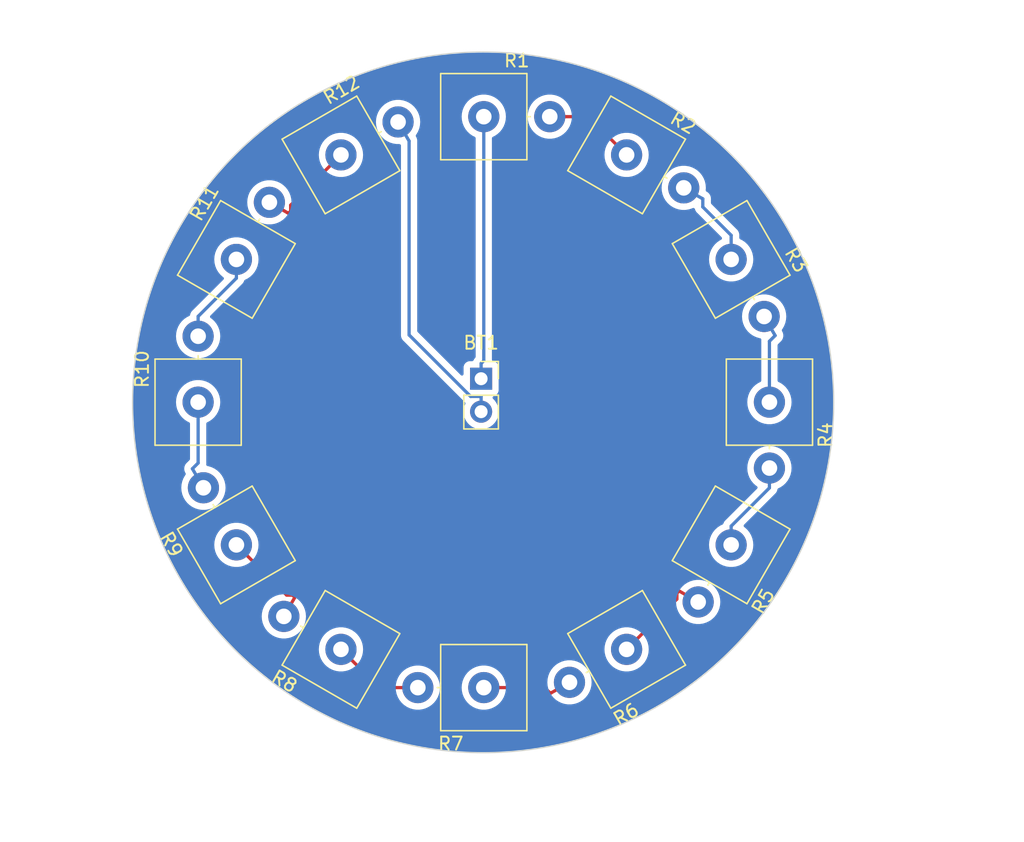
<source format=kicad_pcb>
(kicad_pcb (version 20221018) (generator pcbnew)
  (layers (0 "F.Cu" signal) (31 "B.Cu" signal) (34 "B.Paste" user) (35 "F.Paste" user) (36 "B.SilkS" user "B.Silkscreen") (37 "F.SilkS" user "F.Silkscreen") (38 "B.Mask" user) (39 "F.Mask" user) (44 "Edge.Cuts" user))
  (net 0 "")
  (net 1 "Net-(BT1-+)")
  (net 2 "Net-(BT1--)")
  (net 3 "Net-(R1-Pad2)")
  (net 4 "Net-(R2-Pad2)")
  (net 5 "Net-(R3-Pad2)")
  (net 6 "Net-(R4-Pad2)")
  (net 7 "Net-(R5-Pad2)")
  (net 8 "Net-(R6-Pad2)")
  (net 9 "Net-(R7-Pad2)")
  (net 10 "Net-(R8-Pad2)")
  (net 11 "Net-(R10-Pad1)")
  (net 12 "Net-(R10-Pad2)")
  (net 13 "Net-(R11-Pad2)")
  (footprint "Resistor_THT:R_Axial_Power_L20.0mm_W6.4mm_P5.08mm_Vertical" (layer "F.Cu") (at 191.897 141.8641 -150)
    (fp_text reference "R6" (at 2.54 -4.319999 -150) (layer "F.SilkS"))
    (fp_text value "R")
    (fp_line (start -3.32 -3.32) (end -3.32 3.32) (stroke (width 0.12)) (layer "F.SilkS"))
    (fp_line (start -3.32 3.32) (end 3.32 3.32) (stroke (width 0.12)) (layer "F.SilkS"))
    (fp_line (start 3.32 -3.32) (end -3.32 -3.32) (stroke (width 0.12)) (layer "F.SilkS"))
    (fp_line (start 3.32 0) (end 3.58 0) (stroke (width 0.12)) (layer "F.SilkS"))
    (fp_line (start 3.32 3.32) (end 3.32 -3.32) (stroke (width 0.12)) (layer "F.SilkS"))
    (pad "1" thru_hole circle (at 0 0 210) (size 2.4 2.4) (drill 1.2) (layers "*.Cu" "*.Mask") (net 7 "Net-(R5-Pad2)"))
    (pad "2" thru_hole oval (at 5.08 0 210) (size 2.4 2.4) (drill 1.2) (layers "*.Cu" "*.Mask") (net 8 "Net-(R6-Pad2)"))
  )
  (footprint "Resistor_THT:R_Axial_Power_L20.0mm_W6.4mm_P5.08mm_Vertical" (layer "F.Cu") (at 161.8444 133.8116 120)
    (fp_text reference "R9" (at 2.540001 -4.32 120) (layer "F.SilkS"))
    (fp_text value "R")
    (fp_line (start -3.32 -3.32) (end -3.32 3.32) (stroke (width 0.12)) (layer "F.SilkS"))
    (fp_line (start -3.32 3.32) (end 3.32 3.32) (stroke (width 0.12)) (layer "F.SilkS"))
    (fp_line (start 3.32 -3.32) (end -3.32 -3.32) (stroke (width 0.12)) (layer "F.SilkS"))
    (fp_line (start 3.32 0) (end 3.58 0) (stroke (width 0.12)) (layer "F.SilkS"))
    (fp_line (start 3.32 3.32) (end 3.32 -3.32) (stroke (width 0.12)) (layer "F.SilkS"))
    (pad "1" thru_hole circle (at 0 0 120) (size 2.4 2.4) (drill 1.2) (layers "*.Cu" "*.Mask") (net 10 "Net-(R8-Pad2)"))
    (pad "2" thru_hole oval (at 5.08 0 120) (size 2.4 2.4) (drill 1.2) (layers "*.Cu" "*.Mask") (net 11 "Net-(R10-Pad1)"))
  )
  (footprint "Resistor_THT:R_Axial_Power_L20.0mm_W6.4mm_P5.08mm_Vertical" (layer "F.Cu") (at 161.8444 111.8116 60)
    (fp_text reference "R11" (at 2.54 -4.32 60) (layer "F.SilkS"))
    (fp_text value "R")
    (fp_line (start -3.32 -3.32) (end -3.32 3.32) (stroke (width 0.12)) (layer "F.SilkS"))
    (fp_line (start -3.32 3.32) (end 3.32 3.32) (stroke (width 0.12)) (layer "F.SilkS"))
    (fp_line (start 3.32 -3.32) (end -3.32 -3.32) (stroke (width 0.12)) (layer "F.SilkS"))
    (fp_line (start 3.32 0) (end 3.58 0) (stroke (width 0.12)) (layer "F.SilkS"))
    (fp_line (start 3.32 3.32) (end 3.32 -3.32) (stroke (width 0.12)) (layer "F.SilkS"))
    (pad "1" thru_hole circle (at 0 0 60) (size 2.4 2.4) (drill 1.2) (layers "*.Cu" "*.Mask") (net 12 "Net-(R10-Pad2)"))
    (pad "2" thru_hole oval (at 5.08 0 60) (size 2.4 2.4) (drill 1.2) (layers "*.Cu" "*.Mask") (net 13 "Net-(R11-Pad2)"))
  )
  (footprint "Resistor_THT:R_Axial_Power_L20.0mm_W6.4mm_P5.08mm_Vertical" (layer "F.Cu") (at 169.897 141.8641 150)
    (fp_text reference "R8" (at 2.540001 -4.32 150) (layer "F.SilkS"))
    (fp_text value "R")
    (fp_line (start -3.32 -3.32) (end -3.32 3.32) (stroke (width 0.12)) (layer "F.SilkS"))
    (fp_line (start -3.32 3.32) (end 3.32 3.32) (stroke (width 0.12)) (layer "F.SilkS"))
    (fp_line (start 3.32 -3.32) (end -3.32 -3.32) (stroke (width 0.12)) (layer "F.SilkS"))
    (fp_line (start 3.32 0) (end 3.58 0) (stroke (width 0.12)) (layer "F.SilkS"))
    (fp_line (start 3.32 3.32) (end 3.32 -3.32) (stroke (width 0.12)) (layer "F.SilkS"))
    (pad "1" thru_hole circle (at 0 0 150) (size 2.4 2.4) (drill 1.2) (layers "*.Cu" "*.Mask") (net 9 "Net-(R7-Pad2)"))
    (pad "2" thru_hole oval (at 5.08 0 150) (size 2.4 2.4) (drill 1.2) (layers "*.Cu" "*.Mask") (net 10 "Net-(R8-Pad2)"))
  )
  (footprint "Resistor_THT:R_Axial_Power_L20.0mm_W6.4mm_P5.08mm_Vertical" (layer "F.Cu") (at 202.897 122.8116 -90)
    (fp_text reference "R4" (at 2.54 -4.32 -90) (layer "F.SilkS"))
    (fp_text value "R")
    (fp_line (start -3.32 -3.32) (end -3.32 3.32) (stroke (width 0.12)) (layer "F.SilkS"))
    (fp_line (start -3.32 3.32) (end 3.32 3.32) (stroke (width 0.12)) (layer "F.SilkS"))
    (fp_line (start 3.32 -3.32) (end -3.32 -3.32) (stroke (width 0.12)) (layer "F.SilkS"))
    (fp_line (start 3.32 0) (end 3.58 0) (stroke (width 0.12)) (layer "F.SilkS"))
    (fp_line (start 3.32 3.32) (end 3.32 -3.32) (stroke (width 0.12)) (layer "F.SilkS"))
    (pad "1" thru_hole circle (at 0 0 270) (size 2.4 2.4) (drill 1.2) (layers "*.Cu" "*.Mask") (net 5 "Net-(R3-Pad2)"))
    (pad "2" thru_hole oval (at 5.08 0 270) (size 2.4 2.4) (drill 1.2) (layers "*.Cu" "*.Mask") (net 6 "Net-(R4-Pad2)"))
  )
  (footprint "Resistor_THT:R_Axial_Power_L20.0mm_W6.4mm_P5.08mm_Vertical" (layer "F.Cu") (at 180.897 144.8116 180)
    (fp_text reference "R7" (at 2.54 -4.32 180) (layer "F.SilkS"))
    (fp_text value "R")
    (fp_line (start -3.32 -3.32) (end -3.32 3.32) (stroke (width 0.12)) (layer "F.SilkS"))
    (fp_line (start -3.32 3.32) (end 3.32 3.32) (stroke (width 0.12)) (layer "F.SilkS"))
    (fp_line (start 3.32 -3.32) (end -3.32 -3.32) (stroke (width 0.12)) (layer "F.SilkS"))
    (fp_line (start 3.32 0) (end 3.58 0) (stroke (width 0.12)) (layer "F.SilkS"))
    (fp_line (start 3.32 3.32) (end 3.32 -3.32) (stroke (width 0.12)) (layer "F.SilkS"))
    (pad "1" thru_hole circle (at 0 0 180) (size 2.4 2.4) (drill 1.2) (layers "*.Cu" "*.Mask") (net 8 "Net-(R6-Pad2)"))
    (pad "2" thru_hole oval (at 5.08 0 180) (size 2.4 2.4) (drill 1.2) (layers "*.Cu" "*.Mask") (net 9 "Net-(R7-Pad2)"))
  )
  (footprint "Resistor_THT:R_Axial_Power_L20.0mm_W6.4mm_P5.08mm_Vertical" (layer "F.Cu") (at 169.897 103.759 30)
    (fp_text reference "R12" (at 2.54 -4.32 30) (layer "F.SilkS"))
    (fp_text value "R")
    (fp_line (start -3.32 -3.32) (end -3.32 3.32) (stroke (width 0.12)) (layer "F.SilkS"))
    (fp_line (start -3.32 3.32) (end 3.32 3.32) (stroke (width 0.12)) (layer "F.SilkS"))
    (fp_line (start 3.32 -3.32) (end -3.32 -3.32) (stroke (width 0.12)) (layer "F.SilkS"))
    (fp_line (start 3.32 0) (end 3.58 0) (stroke (width 0.12)) (layer "F.SilkS"))
    (fp_line (start 3.32 3.32) (end 3.32 -3.32) (stroke (width 0.12)) (layer "F.SilkS"))
    (pad "1" thru_hole circle (at 0 0 30) (size 2.4 2.4) (drill 1.2) (layers "*.Cu" "*.Mask") (net 13 "Net-(R11-Pad2)"))
    (pad "2" thru_hole oval (at 5.08 0 30) (size 2.4 2.4) (drill 1.2) (layers "*.Cu" "*.Mask") (net 2 "Net-(BT1--)"))
  )
  (footprint "Resistor_THT:R_Axial_Power_L20.0mm_W6.4mm_P5.08mm_Vertical" (layer "F.Cu") (at 191.897 103.759 -30)
    (fp_text reference "R2" (at 2.539999 -4.32 -30) (layer "F.SilkS"))
    (fp_text value "R")
    (fp_line (start -3.32 -3.32) (end -3.32 3.32) (stroke (width 0.12)) (layer "F.SilkS"))
    (fp_line (start -3.32 3.32) (end 3.32 3.32) (stroke (width 0.12)) (layer "F.SilkS"))
    (fp_line (start 3.32 -3.32) (end -3.32 -3.32) (stroke (width 0.12)) (layer "F.SilkS"))
    (fp_line (start 3.32 0) (end 3.58 0) (stroke (width 0.12)) (layer "F.SilkS"))
    (fp_line (start 3.32 3.32) (end 3.32 -3.32) (stroke (width 0.12)) (layer "F.SilkS"))
    (pad "1" thru_hole circle (at 0 0 330) (size 2.4 2.4) (drill 1.2) (layers "*.Cu" "*.Mask") (net 3 "Net-(R1-Pad2)"))
    (pad "2" thru_hole oval (at 5.08 0 330) (size 2.4 2.4) (drill 1.2) (layers "*.Cu" "*.Mask") (net 4 "Net-(R2-Pad2)"))
  )
  (footprint "Resistor_THT:R_Axial_Power_L20.0mm_W6.4mm_P5.08mm_Vertical" (layer "F.Cu") (at 199.9496 133.8116 -120)
    (fp_text reference "R5" (at 2.54 -4.319999 -120) (layer "F.SilkS"))
    (fp_text value "R")
    (fp_line (start -3.32 -3.32) (end -3.32 3.32) (stroke (width 0.12)) (layer "F.SilkS"))
    (fp_line (start -3.32 3.32) (end 3.32 3.32) (stroke (width 0.12)) (layer "F.SilkS"))
    (fp_line (start 3.32 -3.32) (end -3.32 -3.32) (stroke (width 0.12)) (layer "F.SilkS"))
    (fp_line (start 3.32 0) (end 3.58 0) (stroke (width 0.12)) (layer "F.SilkS"))
    (fp_line (start 3.32 3.32) (end 3.32 -3.32) (stroke (width 0.12)) (layer "F.SilkS"))
    (pad "1" thru_hole circle (at 0 0 240) (size 2.4 2.4) (drill 1.2) (layers "*.Cu" "*.Mask") (net 6 "Net-(R4-Pad2)"))
    (pad "2" thru_hole oval (at 5.08 0 240) (size 2.4 2.4) (drill 1.2) (layers "*.Cu" "*.Mask") (net 7 "Net-(R5-Pad2)"))
  )
  (footprint "Connector_PinSocket_2.54mm:PinSocket_1x02_P2.54mm_Vertical" (layer "F.Cu") (at 180.6915 121.0074)
    (fp_text reference "BT1" (at 0 -2.77) (layer "F.SilkS"))
    (fp_text value "Battery_Cell")
    (fp_line (start -1.33 1.27) (end -1.33 3.87) (stroke (width 0.12)) (layer "F.SilkS"))
    (fp_line (start -1.33 1.27) (end 1.33 1.27) (stroke (width 0.12)) (layer "F.SilkS"))
    (fp_line (start -1.33 3.87) (end 1.33 3.87) (stroke (width 0.12)) (layer "F.SilkS"))
    (fp_line (start 0 -1.33) (end 1.33 -1.33) (stroke (width 0.12)) (layer "F.SilkS"))
    (fp_line (start 1.33 -1.33) (end 1.33 0) (stroke (width 0.12)) (layer "F.SilkS"))
    (fp_line (start 1.33 1.27) (end 1.33 3.87) (stroke (width 0.12)) (layer "F.SilkS"))
    (pad "1" thru_hole rect (at 0 0) (size 1.7 1.7) (drill 1) (layers "*.Cu" "*.Mask") (net 1 "Net-(BT1-+)"))
    (pad "2" thru_hole oval (at 0 2.54) (size 1.7 1.7) (drill 1) (layers "*.Cu" "*.Mask") (net 2 "Net-(BT1--)"))
  )
  (footprint "Resistor_THT:R_Axial_Power_L20.0mm_W6.4mm_P5.08mm_Vertical" (layer "F.Cu") (at 158.897 122.8116 90)
    (fp_text reference "R10" (at 2.54 -4.32 90) (layer "F.SilkS"))
    (fp_text value "R")
    (fp_line (start -3.32 -3.32) (end -3.32 3.32) (stroke (width 0.12)) (layer "F.SilkS"))
    (fp_line (start -3.32 3.32) (end 3.32 3.32) (stroke (width 0.12)) (layer "F.SilkS"))
    (fp_line (start 3.32 -3.32) (end -3.32 -3.32) (stroke (width 0.12)) (layer "F.SilkS"))
    (fp_line (start 3.32 0) (end 3.58 0) (stroke (width 0.12)) (layer "F.SilkS"))
    (fp_line (start 3.32 3.32) (end 3.32 -3.32) (stroke (width 0.12)) (layer "F.SilkS"))
    (pad "1" thru_hole circle (at 0 0 90) (size 2.4 2.4) (drill 1.2) (layers "*.Cu" "*.Mask") (net 11 "Net-(R10-Pad1)"))
    (pad "2" thru_hole oval (at 5.08 0 90) (size 2.4 2.4) (drill 1.2) (layers "*.Cu" "*.Mask") (net 12 "Net-(R10-Pad2)"))
  )
  (footprint "Resistor_THT:R_Axial_Power_L20.0mm_W6.4mm_P5.08mm_Vertical" (layer "F.Cu") (at 180.897 100.8116)
    (fp_text reference "R1" (at 2.54 -4.32) (layer "F.SilkS"))
    (fp_text value "R")
    (fp_line (start -3.32 -3.32) (end -3.32 3.32) (stroke (width 0.12)) (layer "F.SilkS"))
    (fp_line (start -3.32 3.32) (end 3.32 3.32) (stroke (width 0.12)) (layer "F.SilkS"))
    (fp_line (start 3.32 -3.32) (end -3.32 -3.32) (stroke (width 0.12)) (layer "F.SilkS"))
    (fp_line (start 3.32 0) (end 3.58 0) (stroke (width 0.12)) (layer "F.SilkS"))
    (fp_line (start 3.32 3.32) (end 3.32 -3.32) (stroke (width 0.12)) (layer "F.SilkS"))
    (pad "1" thru_hole circle (at 0 0) (size 2.4 2.4) (drill 1.2) (layers "*.Cu" "*.Mask") (net 1 "Net-(BT1-+)"))
    (pad "2" thru_hole oval (at 5.08 0) (size 2.4 2.4) (drill 1.2) (layers "*.Cu" "*.Mask") (net 3 "Net-(R1-Pad2)"))
  )
  (footprint "Resistor_THT:R_Axial_Power_L20.0mm_W6.4mm_P5.08mm_Vertical" (layer "F.Cu") (at 199.9496 111.8116 -60)
    (fp_text reference "R3" (at 2.539999 -4.32 -60) (layer "F.SilkS"))
    (fp_text value "R")
    (fp_line (start -3.32 -3.32) (end -3.32 3.32) (stroke (width 0.12)) (layer "F.SilkS"))
    (fp_line (start -3.32 3.32) (end 3.32 3.32) (stroke (width 0.12)) (layer "F.SilkS"))
    (fp_line (start 3.32 -3.32) (end -3.32 -3.32) (stroke (width 0.12)) (layer "F.SilkS"))
    (fp_line (start 3.32 0) (end 3.58 0) (stroke (width 0.12)) (layer "F.SilkS"))
    (fp_line (start 3.32 3.32) (end 3.32 -3.32) (stroke (width 0.12)) (layer "F.SilkS"))
    (pad "1" thru_hole circle (at 0 0 300) (size 2.4 2.4) (drill 1.2) (layers "*.Cu" "*.Mask") (net 4 "Net-(R2-Pad2)"))
    (pad "2" thru_hole oval (at 5.08 0 300) (size 2.4 2.4) (drill 1.2) (layers "*.Cu" "*.Mask") (net 5 "Net-(R3-Pad2)"))
  )
  (gr_circle (center 180.848 122.828) (end 207.848 122.828) (stroke (width 0.1)) (fill none) (layer "Edge.Cuts"))
  (segment (start 180.6915 121.0074) (end 180.6915 119.8305) (width 0.25) (layer "B.Cu") (net 1))
  (segment (start 180.897 119.625) (end 180.897 100.8116) (width 0.25) (layer "B.Cu") (net 1))
  (segment (start 180.6915 119.8305) (end 180.897 119.625) (width 0.25) (layer "B.Cu") (net 1))
  (segment (start 174.2964 101.219) (end 175.1446 102.6882) (width 0.25) (layer "B.Cu") (net 2))
  (segment (start 180.6915 123.5474) (end 180.6915 122.3705) (width 0.25) (layer "B.Cu") (net 2))
  (segment (start 180.6915 122.3705) (end 179.8824 122.3705) (width 0.25) (layer "B.Cu") (net 2))
  (segment (start 175.1446 117.6327) (end 175.1446 102.6882) (width 0.25) (layer "B.Cu") (net 2))
  (segment (start 179.8824 122.3705) (end 175.1446 117.6327) (width 0.25) (layer "B.Cu") (net 2))
  (segment (start 185.977 100.8116) (end 188.9496 100.8116) (width 0.25) (layer "F.Cu") (net 3))
  (segment (start 188.9496 100.8116) (end 191.897 103.759) (width 0.25) (layer "F.Cu") (net 3))
  (segment (start 197.7655 107.1473) (end 197.7655 107.7681) (width 0.25) (layer "B.Cu") (net 4))
  (segment (start 197.7655 107.7681) (end 199.9496 109.9522) (width 0.25) (layer "B.Cu") (net 4))
  (segment (start 196.2964 106.299) (end 197.7656 107.1472) (width 0.25) (layer "B.Cu") (net 4))
  (segment (start 199.9496 109.9522) (end 199.9496 111.8116) (width 0.25) (layer "B.Cu") (net 4))
  (segment (start 197.7656 107.1472) (end 197.7655 107.1473) (width 0.25) (layer "B.Cu") (net 4))
  (segment (start 202.897 118.121) (end 202.897 122.8116) (width 0.25) (layer "B.Cu") (net 5))
  (segment (start 203.3378 117.6802) (end 202.897 118.121) (width 0.25) (layer "B.Cu") (net 5))
  (segment (start 202.4896 116.211) (end 203.3378 117.6802) (width 0.25) (layer "B.Cu") (net 5))
  (segment (start 202.897 129.4185) (end 199.9496 132.3659) (width 0.25) (layer "B.Cu") (net 6))
  (segment (start 199.9496 132.3659) (end 199.9496 133.8116) (width 0.25) (layer "B.Cu") (net 6))
  (segment (start 202.897 127.8916) (end 202.897 129.4185) (width 0.25) (layer "B.Cu") (net 6))
  (segment (start 195.771 137.9901) (end 191.897 141.8641) (width 0.25) (layer "F.Cu") (net 7))
  (segment (start 195.9404 137.3628) (end 195.771 137.5322) (width 0.25) (layer "F.Cu") (net 7))
  (segment (start 195.771 137.5322) (end 195.771 137.9901) (width 0.25) (layer "F.Cu") (net 7))
  (segment (start 197.4096 138.211) (end 195.9404 137.3628) (width 0.25) (layer "F.Cu") (net 7))
  (segment (start 185.5877 144.8116) (end 180.897 144.8116) (width 0.25) (layer "F.Cu") (net 8))
  (segment (start 187.4976 144.4041) (end 186.0284 145.2523) (width 0.25) (layer "F.Cu") (net 8))
  (segment (start 186.0284 145.2523) (end 185.5877 144.8116) (width 0.25) (layer "F.Cu") (net 8))
  (segment (start 172.8445 144.8116) (end 169.897 141.8641) (width 0.25) (layer "F.Cu") (net 9))
  (segment (start 175.817 144.8116) (end 172.8445 144.8116) (width 0.25) (layer "F.Cu") (net 9))
  (segment (start 165.7183 137.6855) (end 161.8444 133.8116) (width 0.25) (layer "F.Cu") (net 10))
  (segment (start 165.4976 139.3241) (end 166.3458 137.8549) (width 0.25) (layer "F.Cu") (net 10))
  (segment (start 166.3458 137.8549) (end 166.1764 137.6855) (width 0.25) (layer "F.Cu") (net 10))
  (segment (start 166.1764 137.6855) (end 165.7183 137.6855) (width 0.25) (layer "F.Cu") (net 10))
  (segment (start 158.897 127.5022) (end 158.897 122.8116) (width 0.25) (layer "B.Cu") (net 11))
  (segment (start 158.4562 127.943) (end 158.897 127.5022) (width 0.25) (layer "B.Cu") (net 11))
  (segment (start 159.3044 129.4122) (end 158.4562 127.943) (width 0.25) (layer "B.Cu") (net 11))
  (segment (start 158.897 116.2047) (end 161.8444 113.2573) (width 0.25) (layer "B.Cu") (net 12))
  (segment (start 158.897 117.7316) (end 158.897 116.2047) (width 0.25) (layer "B.Cu") (net 12))
  (segment (start 161.8444 113.2573) (end 161.8444 111.8116) (width 0.25) (layer "B.Cu") (net 12))
  (segment (start 166.023 107.633) (end 169.897 103.759) (width 0.25) (layer "F.Cu") (net 13))
  (segment (start 165.8536 108.2604) (end 166.023 108.091) (width 0.25) (layer "F.Cu") (net 13))
  (segment (start 166.023 108.091) (end 166.023 107.633) (width 0.25) (layer "F.Cu") (net 13))
  (segment (start 164.3844 107.4122) (end 165.8536 108.2604) (width 0.25) (layer "F.Cu") (net 13))
  (zone (net 0) (net_name "") (layer "B.Cu") (connect_pads (clearance 0.5)) (min_thickness 0.25) (fill yes (thermal_gap 0.5) (thermal_bridge_width 0.5) (island_removal_mode 1) (island_area_min 10))
    (polygon (pts (xy 143.637 91.821) (xy 222.504 92.583) (xy 221.742 151.003) (xy 145.669 156.718) (xy 143.764 91.821)))
  )
)
</source>
